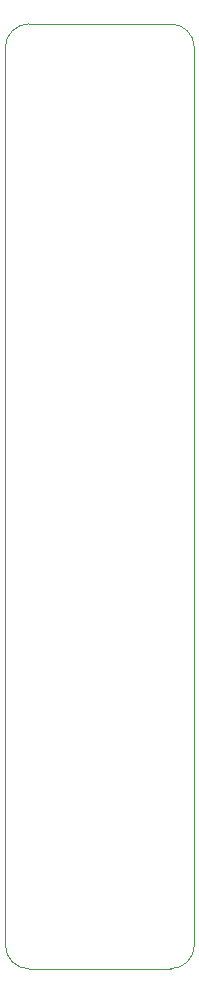
<source format=gbr>
%TF.GenerationSoftware,KiCad,Pcbnew,9.0.4*%
%TF.CreationDate,2025-10-20T17:14:21-05:00*%
%TF.ProjectId,Molecule_18650_Jumper,4d6f6c65-6375-46c6-955f-31383635305f,rev?*%
%TF.SameCoordinates,Original*%
%TF.FileFunction,Profile,NP*%
%FSLAX46Y46*%
G04 Gerber Fmt 4.6, Leading zero omitted, Abs format (unit mm)*
G04 Created by KiCad (PCBNEW 9.0.4) date 2025-10-20 17:14:21*
%MOMM*%
%LPD*%
G01*
G04 APERTURE LIST*
%TA.AperFunction,Profile*%
%ADD10C,0.100000*%
%TD*%
G04 APERTURE END LIST*
D10*
X16000000Y2000000D02*
G75*
G02*
X14000000Y0I-2000000J0D01*
G01*
X14000000Y80000000D02*
G75*
G02*
X16000000Y78000000I0J-2000000D01*
G01*
X2000000Y0D02*
G75*
G02*
X0Y2000000I-1J1999999D01*
G01*
X0Y78000000D02*
G75*
G02*
X2000000Y80000000I1999999J1D01*
G01*
X2000000Y0D02*
X14000000Y0D01*
X14000000Y80000000D02*
X2000000Y80000000D01*
X16000000Y2000000D02*
X16000000Y78000000D01*
X0Y78000000D02*
X0Y2000000D01*
M02*

</source>
